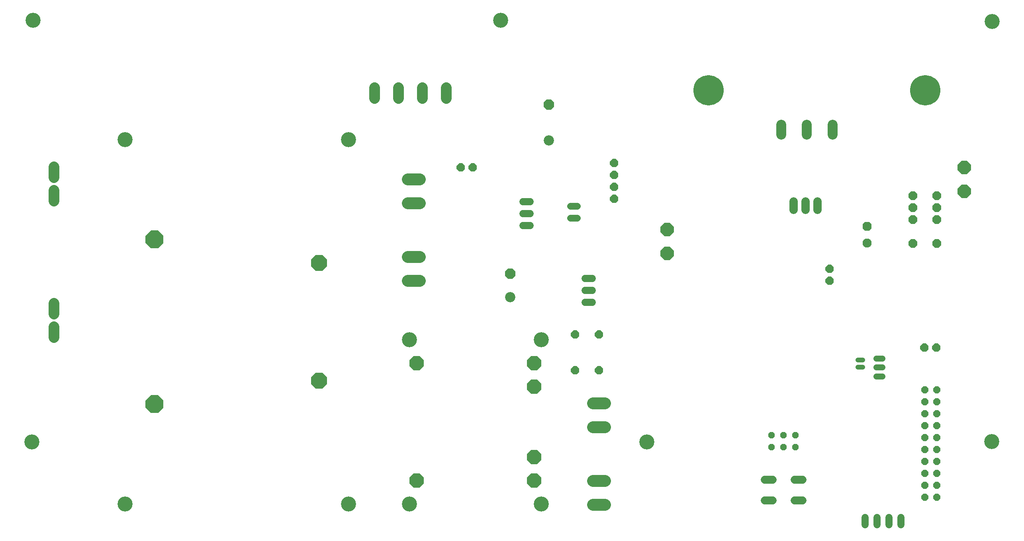
<source format=gbr>
G04 EAGLE Gerber X2 export*
%TF.Part,Single*%
%TF.FileFunction,Soldermask,Bot,1*%
%TF.FilePolarity,Negative*%
%TF.GenerationSoftware,Autodesk,EAGLE,8.6.3*%
%TF.CreationDate,2021-05-18T20:18:47Z*%
G75*
%MOMM*%
%FSLAX34Y34*%
%LPD*%
%AMOC8*
5,1,8,0,0,1.08239X$1,22.5*%
G01*
%ADD10P,2.089446X8X112.500000*%
%ADD11C,1.930400*%
%ADD12C,1.000000*%
%ADD13C,1.270000*%
%ADD14P,3.030692X8X202.500000*%
%ADD15C,1.676400*%
%ADD16C,1.524000*%
%ADD17C,1.778000*%
%ADD18C,2.095500*%
%ADD19P,1.948302X8X202.500000*%
%ADD20P,1.924489X8X112.500000*%
%ADD21P,1.924489X8X22.500000*%
%ADD22C,6.451600*%
%ADD23P,1.649562X8X112.500000*%
%ADD24P,1.484606X8X202.500000*%
%ADD25P,3.247170X8X22.500000*%
%ADD26C,3.200000*%
%ADD27P,1.924489X8X202.500000*%
%ADD28P,4.123906X8X22.500000*%
%ADD29P,3.680126X8X22.500000*%
%ADD30C,2.247900*%
%ADD31C,2.540000*%
%ADD32C,2.184400*%
%ADD33P,2.364373X8X202.500000*%
%ADD34C,1.422400*%
%ADD35C,2.300000*%


D10*
X1828800Y661555D03*
D11*
X1828800Y625995D03*
D12*
X1819513Y361638D02*
X1809513Y361638D01*
X1809513Y376638D02*
X1819513Y376638D01*
D13*
X1847850Y361200D02*
X1860550Y361200D01*
X1860550Y380250D02*
X1847850Y380250D01*
X1847850Y342150D02*
X1860550Y342150D01*
D14*
X2035175Y735850D03*
X2035175Y786650D03*
D15*
X1627632Y122281D02*
X1610868Y122281D01*
X1674368Y122281D02*
X1691132Y122281D01*
X1627632Y77831D02*
X1610868Y77831D01*
X1674368Y77831D02*
X1691132Y77831D01*
D16*
X1900237Y41795D02*
X1900237Y26555D01*
X1874837Y26555D02*
X1874837Y41795D01*
X1849437Y41795D02*
X1849437Y26555D01*
X1824037Y26555D02*
X1824037Y41795D01*
D17*
X1671638Y696798D02*
X1671638Y714578D01*
X1697038Y714578D02*
X1697038Y696798D01*
X1722438Y696798D02*
X1722438Y714578D01*
D18*
X1645603Y857135D02*
X1645603Y878090D01*
X1700213Y878090D02*
X1700213Y857135D01*
X1754823Y857135D02*
X1754823Y878090D01*
D19*
X1925638Y675525D03*
X1925638Y624725D03*
X1976438Y624725D03*
X1925638Y700925D03*
X1925638Y726325D03*
X1976438Y675525D03*
X1976438Y700925D03*
X1976438Y726325D03*
D20*
X1950200Y403225D03*
X1975600Y403225D03*
D21*
X1749425Y570750D03*
X1749425Y545350D03*
D22*
X1951838Y950450D03*
X1491838Y950450D03*
D23*
X1976438Y84975D03*
X1976438Y110375D03*
X1976438Y135775D03*
X1976438Y161175D03*
X1976438Y186575D03*
X1976438Y211975D03*
X1951038Y84975D03*
X1951038Y110375D03*
X1951038Y135775D03*
X1951038Y161175D03*
X1951038Y186575D03*
X1951038Y211975D03*
X1976438Y237375D03*
X1976438Y262775D03*
X1951038Y237375D03*
X1951038Y262775D03*
X1976438Y288175D03*
X1951038Y288175D03*
X1976438Y313575D03*
X1951038Y313575D03*
D24*
X1676400Y216738D03*
X1676400Y191338D03*
X1651000Y216738D03*
X1651000Y191338D03*
X1625600Y216738D03*
X1625600Y191338D03*
D25*
X870625Y119950D03*
X870625Y369950D03*
X1120625Y169950D03*
X1120625Y119950D03*
X1120625Y319950D03*
X1120625Y369950D03*
D26*
X855625Y419950D03*
X855625Y69950D03*
X1135625Y69950D03*
X1135625Y419950D03*
D27*
X1258888Y354850D03*
X1258888Y431050D03*
D21*
X1208088Y431050D03*
X1208088Y354850D03*
D28*
X313950Y283038D03*
X313950Y633038D03*
D29*
X663950Y583038D03*
X663950Y333038D03*
D26*
X251450Y845538D03*
X726450Y845538D03*
X251450Y70538D03*
X726450Y70538D03*
D30*
X781050Y934161D02*
X781050Y956640D01*
X831850Y956640D02*
X831850Y934161D01*
X882650Y934161D02*
X882650Y956640D01*
X933450Y956640D02*
X933450Y934161D01*
D31*
X877888Y545025D02*
X852488Y545025D01*
X852488Y595825D02*
X877888Y595825D01*
X877888Y710125D02*
X852488Y710125D01*
X852488Y760925D02*
X877888Y760925D01*
X1245850Y68800D02*
X1271250Y68800D01*
X1271250Y119600D02*
X1245850Y119600D01*
X1245850Y233900D02*
X1271250Y233900D01*
X1271250Y284700D02*
X1245850Y284700D01*
D26*
X55750Y1100000D03*
X53250Y202500D03*
X2094250Y1097500D03*
D32*
X1152525Y843800D03*
D33*
X1152525Y920000D03*
D16*
X1112520Y662825D02*
X1097280Y662825D01*
X1097280Y688225D02*
X1112520Y688225D01*
X1112520Y713625D02*
X1097280Y713625D01*
X1229043Y499313D02*
X1244283Y499313D01*
X1244283Y524713D02*
X1229043Y524713D01*
X1229043Y550113D02*
X1244283Y550113D01*
D32*
X1069975Y510825D03*
D33*
X1069975Y560825D03*
D34*
X1197801Y678700D02*
X1212025Y678700D01*
X1212025Y704100D02*
X1197801Y704100D01*
D20*
X965200Y786650D03*
X990600Y786650D03*
D26*
X2093250Y203500D03*
D27*
X1290638Y719975D03*
X1290638Y745375D03*
X1290638Y770775D03*
X1290638Y796175D03*
D35*
X100013Y788225D02*
X100013Y765225D01*
X100013Y738225D02*
X100013Y715225D01*
X100013Y447713D02*
X100013Y424713D01*
X100013Y474713D02*
X100013Y497713D01*
D26*
X1050000Y1100000D03*
X1360000Y202500D03*
D14*
X1403350Y603250D03*
X1403350Y654050D03*
M02*

</source>
